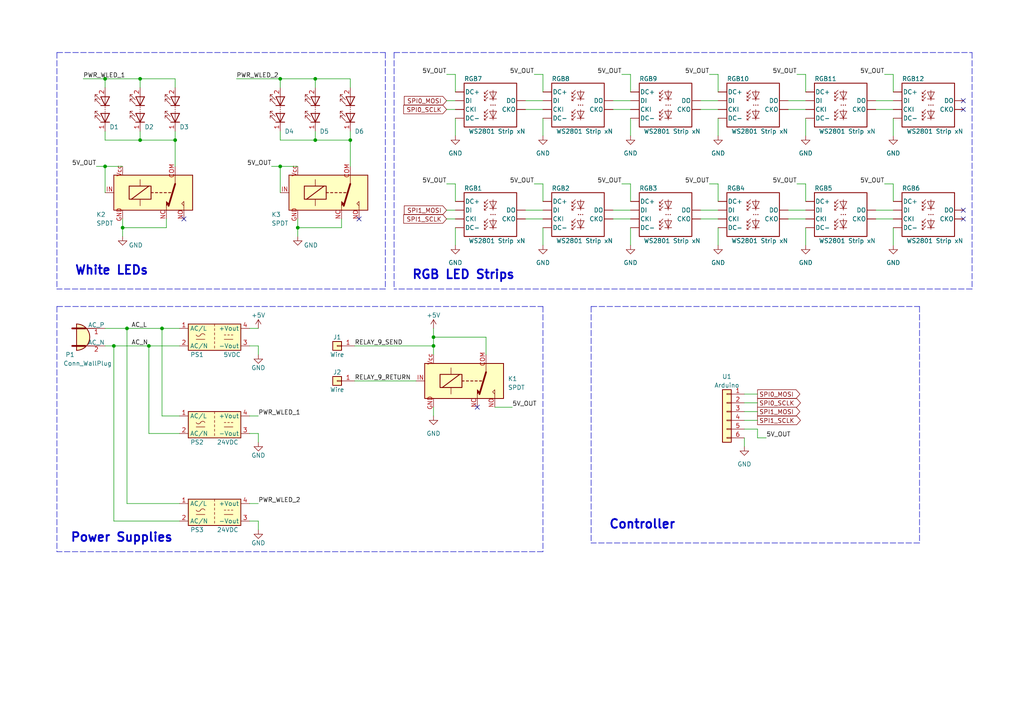
<source format=kicad_sch>
(kicad_sch (version 20230121) (generator eeschema)
  (paper "A4")
  (lib_symbols
    (symbol "Connector:Conn_WallPlug" (pin_names (offset 0))
      (property "Reference" "P" (at -1.27 4.445 0))
      (property "Value" "Conn_WallPlug" (at -5.715 0 90))
      (symbol "Conn_WallPlug_0_1"
        (arc (start -3.175 -3.81) (mid 0.6184 0) (end -3.175 3.81) (stroke (width 0.254)) (fill (type background)))
        (polyline (pts (xy -4.445 -2.54) (xy -0.635 -2.54)) (stroke (width 0.508)))
        (polyline (pts (xy -4.445 2.54) (xy -0.635 2.54)) (stroke (width 0.508)))
        (polyline (pts (xy -3.175 -3.81) (xy -3.175 3.81)) (stroke (width 0.254)))
        (polyline (pts (xy -0.635 -2.54) (xy 2.54 -2.54)))
        (polyline (pts (xy -0.635 2.54) (xy 2.54 2.54)))
      )
      (symbol "Conn_WallPlug_1_1"
        (pin power_out line (at 5.08 2.54 180) (length 5.08) (name "AC_P") (number "1"))
        (pin power_out line (at 5.08 -2.54 180) (length 5.08) (name "AC_N") (number "2"))
      )
    )
    (symbol "Connector_Generic:Conn_01x01" (pin_names (offset 1.016) hide)
      (property "Reference" "J" (at 0 2.54 0))
      (property "Value" "Conn_01x01" (at 0 -2.54 0))
      (symbol "Conn_01x01_1_1"
        (rectangle (start -1.27 0.127) (end 0 -0.127) (stroke (width 0.1524)))
        (rectangle (start -1.27 1.27) (end 1.27 -1.27) (stroke (width 0.254)) (fill (type background)))
        (pin passive line (at -5.08 0 0) (length 3.81) (name "Pin_1") (number "1"))
      )
    )
    (symbol "Connector_Generic:Conn_01x06" (pin_names (offset 1.016) hide)
      (property "Reference" "J" (at 0 7.62 0))
      (property "Value" "Conn_01x06" (at 0 -10.16 0))
      (symbol "Conn_01x06_1_1"
        (rectangle (start -1.27 -7.493) (end 0 -7.747) (stroke (width 0.1524)))
        (rectangle (start -1.27 -4.953) (end 0 -5.207) (stroke (width 0.1524)))
        (rectangle (start -1.27 -2.413) (end 0 -2.667) (stroke (width 0.1524)))
        (rectangle (start -1.27 0.127) (end 0 -0.127) (stroke (width 0.1524)))
        (rectangle (start -1.27 2.667) (end 0 2.413) (stroke (width 0.1524)))
        (rectangle (start -1.27 5.207) (end 0 4.953) (stroke (width 0.1524)))
        (rectangle (start -1.27 6.35) (end 1.27 -8.89) (stroke (width 0.254)) (fill (type background)))
        (pin passive line (at -5.08 5.08 0) (length 3.81) (name "Pin_1") (number "1"))
        (pin passive line (at -5.08 2.54 0) (length 3.81) (name "Pin_2") (number "2"))
        (pin passive line (at -5.08 0 0) (length 3.81) (name "Pin_3") (number "3"))
        (pin passive line (at -5.08 -2.54 0) (length 3.81) (name "Pin_4") (number "4"))
        (pin passive line (at -5.08 -5.08 0) (length 3.81) (name "Pin_5") (number "5"))
        (pin passive line (at -5.08 -7.62 0) (length 3.81) (name "Pin_6") (number "6"))
      )
    )
    (symbol "Converter_ACDC:HLK-PM01"
      (property "Reference" "PS" (at 0 5.08 0))
      (property "Value" "HLK-PM01" (at 0 -5.08 0))
      (symbol "HLK-PM01_0_1"
        (rectangle (start -7.62 3.81) (end 7.62 -3.81) (stroke (width 0.254)) (fill (type background)))
        (arc (start -5.334 0.635) (mid -4.699 0.2495) (end -4.064 0.635))
        (arc (start -2.794 0.635) (mid -3.429 1.0072) (end -4.064 0.635))
        (polyline (pts (xy -5.334 -0.635) (xy -2.794 -0.635)))
        (polyline (pts (xy 0 -2.54) (xy 0 -3.175)))
        (polyline (pts (xy 0 -1.27) (xy 0 -1.905)))
        (polyline (pts (xy 0 0) (xy 0 -0.635)))
        (polyline (pts (xy 0 1.27) (xy 0 0.635)))
        (polyline (pts (xy 0 2.54) (xy 0 1.905)))
        (polyline (pts (xy 0 3.81) (xy 0 3.175)))
        (polyline (pts (xy 2.794 -0.635) (xy 5.334 -0.635)))
        (polyline (pts (xy 2.794 0.635) (xy 3.302 0.635)))
        (polyline (pts (xy 3.81 0.635) (xy 4.318 0.635)))
        (polyline (pts (xy 4.826 0.635) (xy 5.334 0.635)))
      )
      (symbol "HLK-PM01_1_1"
        (pin power_in line (at -10.16 2.54 0) (length 2.54) (name "AC/L") (number "1"))
        (pin power_in line (at -10.16 -2.54 0) (length 2.54) (name "AC/N") (number "2"))
        (pin power_out line (at 10.16 -2.54 180) (length 2.54) (name "-Vout") (number "3"))
        (pin power_out line (at 10.16 2.54 180) (length 2.54) (name "+Vout") (number "4"))
      )
    )
    (symbol "Converter_ACDC:HLK-PM24"
      (property "Reference" "PS" (at 0 5.08 0))
      (property "Value" "HLK-PM24" (at 0 -5.08 0))
      (symbol "HLK-PM24_0_1"
        (rectangle (start -7.62 3.81) (end 7.62 -3.81) (stroke (width 0.254)) (fill (type background)))
        (arc (start -5.334 0.635) (mid -4.699 0.2495) (end -4.064 0.635))
        (arc (start -2.794 0.635) (mid -3.429 1.0072) (end -4.064 0.635))
        (polyline (pts (xy -5.334 -0.635) (xy -2.794 -0.635)))
        (polyline (pts (xy 0 -2.54) (xy 0 -3.175)))
        (polyline (pts (xy 0 -1.27) (xy 0 -1.905)))
        (polyline (pts (xy 0 0) (xy 0 -0.635)))
        (polyline (pts (xy 0 1.27) (xy 0 0.635)))
        (polyline (pts (xy 0 2.54) (xy 0 1.905)))
        (polyline (pts (xy 0 3.81) (xy 0 3.175)))
        (polyline (pts (xy 2.794 -0.635) (xy 5.334 -0.635)))
        (polyline (pts (xy 2.794 0.635) (xy 3.302 0.635)))
        (polyline (pts (xy 3.81 0.635) (xy 4.318 0.635)))
        (polyline (pts (xy 4.826 0.635) (xy 5.334 0.635)))
      )
      (symbol "HLK-PM24_1_1"
        (pin power_in line (at -10.16 2.54 0) (length 2.54) (name "AC/L") (number "1"))
        (pin power_in line (at -10.16 -2.54 0) (length 2.54) (name "AC/N") (number "2"))
        (pin power_out line (at 10.16 -2.54 180) (length 2.54) (name "-Vout") (number "3"))
        (pin power_out line (at 10.16 2.54 180) (length 2.54) (name "+Vout") (number "4"))
      )
    )
    (symbol "Device:LED_Series" (pin_names (offset 1.016) hide)
      (property "Reference" "D" (at 0 5.715 0))
      (property "Value" "LED_Series" (at 0 3.81 0))
      (symbol "LED_Series_0_1"
        (polyline (pts (xy -3.81 0) (xy -1.016 0)))
        (polyline (pts (xy -3.683 -1.27) (xy -3.683 1.27)) (stroke (width 0.254)))
        (polyline (pts (xy -0.508 0) (xy -0.762 0)))
        (polyline (pts (xy 0.127 0) (xy -0.127 0)))
        (polyline (pts (xy 0.508 0) (xy 0.762 0)))
        (polyline (pts (xy 1.016 0) (xy 3.81 0)))
        (polyline (pts (xy 1.143 -1.27) (xy 1.143 1.27)) (stroke (width 0.254)))
        (polyline (pts (xy -1.143 -1.27) (xy -1.143 1.27) (xy -3.683 0) (xy -1.143 -1.27)) (stroke (width 0.254)))
        (polyline (pts (xy 3.683 -1.27) (xy 3.683 1.27) (xy 1.143 0) (xy 3.683 -1.27)) (stroke (width 0.254)))
        (polyline (pts (xy -3.302 1.397) (xy -1.778 2.921) (xy -2.54 2.921) (xy -1.778 2.921) (xy -1.778 2.159)))
        (polyline (pts (xy -2.032 1.397) (xy -0.508 2.921) (xy -1.27 2.921) (xy -0.508 2.921) (xy -0.508 2.159)))
        (polyline (pts (xy 1.524 1.397) (xy 3.048 2.921) (xy 2.286 2.921) (xy 3.048 2.921) (xy 3.048 2.159)))
        (polyline (pts (xy 2.794 1.397) (xy 4.318 2.921) (xy 3.556 2.921) (xy 4.318 2.921) (xy 4.318 2.159)))
      )
      (symbol "LED_Series_1_1"
        (pin passive line (at -6.35 0 0) (length 2.54) (name "K") (number "1"))
        (pin passive line (at 6.35 0 180) (length 2.54) (name "A") (number "2"))
      )
    )
    (symbol "power:+5V" (power) (pin_names (offset 0))
      (property "Value" "+5V" (at 0 3.556 0))
      (symbol "+5V_0_1"
        (polyline (pts (xy -0.762 1.27) (xy 0 2.54)))
        (polyline (pts (xy 0 0) (xy 0 2.54)))
        (polyline (pts (xy 0 2.54) (xy 0.762 1.27)))
      )
      (symbol "+5V_1_1"
        (pin power_in line (at 0 0 90) (length 0) hide (name "+5V") (number "1"))
      )
    )
    (symbol "power:GND" (power) (pin_names (offset 0))
      (property "Value" "GND" (at 0 -3.81 0))
      (symbol "GND_0_1"
        (polyline (pts (xy 0 0) (xy 0 -1.27) (xy 1.27 -1.27) (xy 0 -2.54) (xy -1.27 -1.27) (xy 0 -1.27)))
      )
      (symbol "GND_1_1"
        (pin power_in line (at 0 0 270) (length 0) hide (name "GND") (number "1"))
      )
    )
    (symbol "vomit_light:WS2801_strip" (pin_names (offset 0.254))
      (property "Reference" "RGB" (at -10.16 -13.97 0))
      (property "Value" "WS2801 Strip xN" (at -3.81 -13.97 0))
      (symbol "WS2801_strip_0_1"
        (polyline (pts (xy -1.778 -10.668) (xy -1.27 -10.668)))
        (polyline (pts (xy -1.778 -9.652) (xy -1.27 -9.652)))
        (polyline (pts (xy -1.778 -8.636) (xy -1.27 -8.636)))
        (polyline (pts (xy -1.778 -5.08) (xy -1.27 -5.08)))
        (polyline (pts (xy -1.778 -4.064) (xy -1.27 -4.064)))
        (polyline (pts (xy -1.778 -3.048) (xy -1.27 -3.048)))
        (polyline (pts (xy 1.778 -10.16) (xy -0.254 -10.16)))
        (polyline (pts (xy 1.778 -4.572) (xy -0.254 -4.572)))
        (polyline (pts (xy -0.762 -9.652) (xy -1.778 -10.668) (xy -1.778 -10.16)))
        (polyline (pts (xy -0.762 -8.636) (xy -1.778 -9.652) (xy -1.778 -9.144)))
        (polyline (pts (xy -0.762 -7.62) (xy -1.778 -8.636) (xy -1.778 -8.128)))
        (polyline (pts (xy -0.762 -4.064) (xy -1.778 -5.08) (xy -1.778 -4.572)))
        (polyline (pts (xy -0.762 -3.048) (xy -1.778 -4.064) (xy -1.778 -3.556)))
        (polyline (pts (xy -0.762 -2.032) (xy -1.778 -3.048) (xy -1.778 -2.54)))
        (polyline (pts (xy 0.762 -7.62) (xy 0.762 -10.16) (xy 0.762 -10.668)))
        (polyline (pts (xy 0.762 -2.032) (xy 0.762 -4.572) (xy 0.762 -5.08)))
        (polyline (pts (xy 1.778 -8.128) (xy -0.254 -8.128) (xy 0.762 -10.16) (xy 1.778 -8.128)))
        (polyline (pts (xy 1.778 -2.54) (xy -0.254 -2.54) (xy 0.762 -4.572) (xy 1.778 -2.54)))
      )
      (symbol "WS2801_strip_1_1"
        (rectangle (start -7.62 0) (end 7.62 -12.7) (stroke (width 0.254)))
        (text "..." (at 0.762 -5.842 0) (effects (font (size 1.27 1.27))))
        (pin input line (at -10.16 -7.62 0) (length 2.54) (name "CKI") (number ""))
        (pin output line (at 10.16 -7.62 180) (length 2.54) (name "CKO") (number ""))
        (pin power_in line (at -10.16 -2.54 0) (length 2.54) (name "DC+") (number ""))
        (pin power_in line (at -10.16 -10.16 0) (length 2.54) (name "DC-") (number ""))
        (pin input line (at -10.16 -5.08 0) (length 2.54) (name "DI") (number ""))
        (pin output line (at 10.16 -5.08 180) (length 2.54) (name "DO") (number ""))
      )
    )
    (symbol "vomit_light:relay_mod_spdt" (pin_names (offset 0.002))
      (property "Reference" "K" (at 11.43 3.81 0))
      (property "Value" "SPDT" (at 11.43 1.27 0))
      (symbol "relay_mod_spdt_0_0"
        (polyline (pts (xy 7.62 -5.08) (xy 7.62 -2.54) (xy 6.985 -3.175) (xy 7.62 -3.81)))
      )
      (symbol "relay_mod_spdt_0_1"
        (rectangle (start -12.7 5.08) (end 10.16 -5.08) (stroke (width 0.254)) (fill (type background)))
        (rectangle (start -8.255 1.905) (end -1.905 -1.905) (stroke (width 0.254)))
        (polyline (pts (xy -7.62 -1.905) (xy -2.54 1.905)) (stroke (width 0.254)))
        (polyline (pts (xy -5.08 -3.81) (xy -5.08 -1.905)))
        (polyline (pts (xy -5.08 3.81) (xy -5.08 1.905)))
        (polyline (pts (xy -1.905 0) (xy -1.27 0)) (stroke (width 0.254)))
        (polyline (pts (xy -0.635 0) (xy 0 0)) (stroke (width 0.254)))
        (polyline (pts (xy 0.635 0) (xy 1.27 0)) (stroke (width 0.254)))
        (polyline (pts (xy 1.905 0) (xy 2.54 0)) (stroke (width 0.254)))
        (polyline (pts (xy 3.175 0) (xy 3.81 0)) (stroke (width 0.254)))
        (polyline (pts (xy 5.08 2.54) (xy 3.175 -3.81)) (stroke (width 0.508)))
        (polyline (pts (xy 5.08 2.54) (xy 5.08 5.08)))
        (polyline (pts (xy 2.54 -5.08) (xy 2.54 -2.54) (xy 3.175 -3.175) (xy 2.54 -3.81)) (fill (type outline)))
      )
      (symbol "relay_mod_spdt_1_1"
        (pin passive line (at 5.08 7.62 270) (length 2.54) (name "~") (number "COM"))
        (pin passive line (at -10.16 -7.62 90) (length 2.54) (name "~") (number "GND"))
        (pin passive line (at -15.24 0 0) (length 2.54) (name "~") (number "IN"))
        (pin passive line (at 2.54 -7.62 90) (length 2.54) (name "~") (number "NC"))
        (pin passive line (at 7.62 -7.62 90) (length 2.54) (name "~") (number "NO"))
        (pin passive line (at -10.16 7.62 270) (length 2.54) (name "~") (number "Vcc"))
      )
    )
  )
  (junction (at 81.28 48.26))
  (junction (at 40.64 40.64))
  (junction (at 33.02 100.33))
  (junction (at 43.18 100.33))
  (junction (at 101.6 40.64))
  (junction (at 40.64 22.86))
  (junction (at 46.99 95.25))
  (junction (at 36.83 95.25))
  (junction (at 125.73 100.33))
  (junction (at 91.44 22.86))
  (junction (at 35.56 66.04))
  (junction (at 81.28 22.86))
  (junction (at 50.8 40.64))
  (junction (at 91.44 40.64))
  (junction (at 30.48 48.26))
  (junction (at 86.36 66.04))
  (junction (at 125.73 97.79))
  (junction (at 30.48 22.86))
  (no_connect (at 279.4 63.5))
  (no_connect (at 53.34 63.5))
  (no_connect (at 138.43 118.11))
  (no_connect (at 104.14 63.5))
  (no_connect (at 279.4 29.21))
  (no_connect (at 279.4 60.96))
  (no_connect (at 279.4 31.75))
  (wire (pts (xy 74.93 151.13) (xy 72.39 151.13)))
  (wire (pts (xy 177.8 60.96) (xy 182.88 60.96)))
  (wire (pts (xy 259.08 71.12) (xy 259.08 66.04)))
  (polyline (pts (xy 111.76 83.82) (xy 16.51 83.82)) (stroke (width 0) (type dash)))
  (wire (pts (xy 208.28 71.12) (xy 208.28 66.04)))
  (wire (pts (xy 30.48 38.1) (xy 30.48 40.64)))
  (wire (pts (xy 259.08 21.59) (xy 259.08 26.67)))
  (wire (pts (xy 101.6 38.1) (xy 101.6 40.64)))
  (polyline (pts (xy 157.48 88.9) (xy 157.48 160.02)) (stroke (width 0) (type dash)))
  (wire (pts (xy 154.94 53.34) (xy 157.48 53.34)))
  (wire (pts (xy 102.87 100.33) (xy 125.73 100.33)))
  (polyline (pts (xy 114.3 15.24) (xy 281.94 15.24)) (stroke (width 0) (type dash)))
  (wire (pts (xy 46.99 120.65) (xy 52.07 120.65)))
  (wire (pts (xy 36.83 95.25) (xy 46.99 95.25)))
  (wire (pts (xy 40.64 38.1) (xy 40.64 40.64)))
  (polyline (pts (xy 157.48 160.02) (xy 16.51 160.02)) (stroke (width 0) (type dash)))
  (wire (pts (xy 228.6 29.21) (xy 233.68 29.21)))
  (wire (pts (xy 33.02 151.13) (xy 52.07 151.13)))
  (wire (pts (xy 152.4 60.96) (xy 157.48 60.96)))
  (polyline (pts (xy 16.51 15.24) (xy 16.51 83.82)) (stroke (width 0) (type dash)))
  (wire (pts (xy 203.2 31.75) (xy 208.28 31.75)))
  (wire (pts (xy 30.48 40.64) (xy 40.64 40.64)))
  (wire (pts (xy 46.99 95.25) (xy 52.07 95.25)))
  (wire (pts (xy 30.48 48.26) (xy 30.48 55.88)))
  (wire (pts (xy 81.28 40.64) (xy 91.44 40.64)))
  (wire (pts (xy 35.56 63.5) (xy 35.56 66.04)))
  (wire (pts (xy 91.44 22.86) (xy 101.6 22.86)))
  (wire (pts (xy 228.6 60.96) (xy 233.68 60.96)))
  (wire (pts (xy 182.88 71.12) (xy 182.88 66.04)))
  (polyline (pts (xy 16.51 15.24) (xy 111.76 15.24)) (stroke (width 0) (type dash)))
  (wire (pts (xy 74.93 100.33) (xy 72.39 100.33)))
  (wire (pts (xy 256.54 21.59) (xy 259.08 21.59)))
  (polyline (pts (xy 16.51 88.9) (xy 157.48 88.9)) (stroke (width 0) (type dash)))
  (wire (pts (xy 203.2 29.21) (xy 208.28 29.21)))
  (wire (pts (xy 129.54 21.59) (xy 132.08 21.59)))
  (polyline (pts (xy 281.94 15.24) (xy 281.94 83.82)) (stroke (width 0) (type dash)))
  (wire (pts (xy 91.44 22.86) (xy 91.44 25.4)))
  (wire (pts (xy 30.48 100.33) (xy 33.02 100.33)))
  (wire (pts (xy 40.64 22.86) (xy 50.8 22.86)))
  (wire (pts (xy 233.68 53.34) (xy 233.68 58.42)))
  (wire (pts (xy 231.14 21.59) (xy 233.68 21.59)))
  (wire (pts (xy 36.83 95.25) (xy 36.83 146.05)))
  (wire (pts (xy 177.8 63.5) (xy 182.88 63.5)))
  (wire (pts (xy 48.26 63.5) (xy 48.26 66.04)))
  (wire (pts (xy 129.54 63.5) (xy 132.08 63.5)))
  (wire (pts (xy 208.28 21.59) (xy 208.28 26.67)))
  (wire (pts (xy 215.9 121.92) (xy 219.71 121.92)))
  (wire (pts (xy 68.58 22.86) (xy 81.28 22.86)))
  (wire (pts (xy 125.73 120.65) (xy 125.73 118.11)))
  (wire (pts (xy 74.93 100.33) (xy 74.93 102.87)))
  (wire (pts (xy 30.48 22.86) (xy 30.48 25.4)))
  (wire (pts (xy 129.54 29.21) (xy 132.08 29.21)))
  (wire (pts (xy 125.73 95.25) (xy 125.73 97.79)))
  (wire (pts (xy 215.9 119.38) (xy 219.71 119.38)))
  (wire (pts (xy 182.88 53.34) (xy 182.88 58.42)))
  (wire (pts (xy 140.97 97.79) (xy 140.97 102.87)))
  (wire (pts (xy 256.54 53.34) (xy 259.08 53.34)))
  (wire (pts (xy 36.83 146.05) (xy 52.07 146.05)))
  (wire (pts (xy 208.28 53.34) (xy 208.28 58.42)))
  (polyline (pts (xy 16.51 88.9) (xy 16.51 160.02)) (stroke (width 0) (type dash)))
  (wire (pts (xy 132.08 21.59) (xy 132.08 26.67)))
  (wire (pts (xy 101.6 40.64) (xy 101.6 48.26)))
  (wire (pts (xy 86.36 66.04) (xy 86.36 68.58)))
  (wire (pts (xy 40.64 22.86) (xy 40.64 25.4)))
  (wire (pts (xy 254 60.96) (xy 259.08 60.96)))
  (wire (pts (xy 259.08 39.37) (xy 259.08 34.29)))
  (wire (pts (xy 30.48 48.26) (xy 35.56 48.26)))
  (wire (pts (xy 231.14 53.34) (xy 233.68 53.34)))
  (wire (pts (xy 74.93 125.73) (xy 72.39 125.73)))
  (wire (pts (xy 33.02 100.33) (xy 33.02 151.13)))
  (wire (pts (xy 180.34 53.34) (xy 182.88 53.34)))
  (wire (pts (xy 215.9 129.54) (xy 215.9 127)))
  (wire (pts (xy 157.48 71.12) (xy 157.48 66.04)))
  (wire (pts (xy 91.44 38.1) (xy 91.44 40.64)))
  (wire (pts (xy 74.93 128.27) (xy 74.93 125.73)))
  (wire (pts (xy 81.28 48.26) (xy 81.28 55.88)))
  (wire (pts (xy 27.94 48.26) (xy 30.48 48.26)))
  (wire (pts (xy 228.6 63.5) (xy 233.68 63.5)))
  (wire (pts (xy 81.28 38.1) (xy 81.28 40.64)))
  (wire (pts (xy 233.68 39.37) (xy 233.68 34.29)))
  (wire (pts (xy 157.48 21.59) (xy 157.48 26.67)))
  (wire (pts (xy 30.48 95.25) (xy 36.83 95.25)))
  (wire (pts (xy 219.71 127) (xy 219.71 124.46)))
  (wire (pts (xy 203.2 63.5) (xy 208.28 63.5)))
  (wire (pts (xy 233.68 21.59) (xy 233.68 26.67)))
  (wire (pts (xy 99.06 66.04) (xy 86.36 66.04)))
  (wire (pts (xy 203.2 60.96) (xy 208.28 60.96)))
  (wire (pts (xy 72.39 95.25) (xy 74.93 95.25)))
  (wire (pts (xy 101.6 25.4) (xy 101.6 22.86)))
  (wire (pts (xy 219.71 116.84) (xy 215.9 116.84)))
  (wire (pts (xy 46.99 95.25) (xy 46.99 120.65)))
  (polyline (pts (xy 111.76 15.24) (xy 111.76 83.82)) (stroke (width 0) (type dash)))
  (wire (pts (xy 125.73 97.79) (xy 125.73 100.33)))
  (wire (pts (xy 157.48 39.37) (xy 157.48 34.29)))
  (wire (pts (xy 48.26 66.04) (xy 35.56 66.04)))
  (wire (pts (xy 132.08 71.12) (xy 132.08 66.04)))
  (polyline (pts (xy 281.94 83.82) (xy 114.3 83.82)) (stroke (width 0) (type dash)))
  (wire (pts (xy 81.28 22.86) (xy 81.28 25.4)))
  (wire (pts (xy 129.54 53.34) (xy 132.08 53.34)))
  (wire (pts (xy 219.71 114.3) (xy 215.9 114.3)))
  (wire (pts (xy 254 29.21) (xy 259.08 29.21)))
  (polyline (pts (xy 266.7 88.9) (xy 266.7 157.48)) (stroke (width 0) (type dash)))
  (polyline (pts (xy 171.45 88.9) (xy 171.45 157.48)) (stroke (width 0) (type dash)))
  (wire (pts (xy 43.18 125.73) (xy 52.07 125.73)))
  (wire (pts (xy 30.48 22.86) (xy 40.64 22.86)))
  (wire (pts (xy 50.8 38.1) (xy 50.8 40.64)))
  (wire (pts (xy 154.94 21.59) (xy 157.48 21.59)))
  (wire (pts (xy 254 63.5) (xy 259.08 63.5)))
  (wire (pts (xy 50.8 40.64) (xy 50.8 48.26)))
  (wire (pts (xy 205.74 21.59) (xy 208.28 21.59)))
  (wire (pts (xy 208.28 39.37) (xy 208.28 34.29)))
  (polyline (pts (xy 171.45 88.9) (xy 266.7 88.9)) (stroke (width 0) (type dash)))
  (wire (pts (xy 35.56 66.04) (xy 35.56 68.58)))
  (wire (pts (xy 177.8 31.75) (xy 182.88 31.75)))
  (wire (pts (xy 33.02 100.33) (xy 43.18 100.33)))
  (wire (pts (xy 254 31.75) (xy 259.08 31.75)))
  (wire (pts (xy 180.34 21.59) (xy 182.88 21.59)))
  (wire (pts (xy 24.13 22.86) (xy 30.48 22.86)))
  (wire (pts (xy 74.93 153.67) (xy 74.93 151.13)))
  (wire (pts (xy 228.6 31.75) (xy 233.68 31.75)))
  (wire (pts (xy 86.36 63.5) (xy 86.36 66.04)))
  (wire (pts (xy 125.73 97.79) (xy 140.97 97.79)))
  (wire (pts (xy 152.4 29.21) (xy 157.48 29.21)))
  (wire (pts (xy 129.54 31.75) (xy 132.08 31.75)))
  (wire (pts (xy 177.8 29.21) (xy 182.88 29.21)))
  (wire (pts (xy 40.64 40.64) (xy 50.8 40.64)))
  (wire (pts (xy 132.08 39.37) (xy 132.08 34.29)))
  (wire (pts (xy 222.25 127) (xy 219.71 127)))
  (wire (pts (xy 74.93 120.65) (xy 72.39 120.65)))
  (wire (pts (xy 205.74 53.34) (xy 208.28 53.34)))
  (wire (pts (xy 78.74 48.26) (xy 81.28 48.26)))
  (wire (pts (xy 81.28 48.26) (xy 86.36 48.26)))
  (wire (pts (xy 43.18 100.33) (xy 43.18 125.73)))
  (wire (pts (xy 152.4 63.5) (xy 157.48 63.5)))
  (wire (pts (xy 152.4 31.75) (xy 157.48 31.75)))
  (wire (pts (xy 81.28 22.86) (xy 91.44 22.86)))
  (wire (pts (xy 182.88 39.37) (xy 182.88 34.29)))
  (wire (pts (xy 99.06 63.5) (xy 99.06 66.04)))
  (wire (pts (xy 233.68 71.12) (xy 233.68 66.04)))
  (wire (pts (xy 215.9 124.46) (xy 219.71 124.46)))
  (wire (pts (xy 91.44 40.64) (xy 101.6 40.64)))
  (wire (pts (xy 74.93 146.05) (xy 72.39 146.05)))
  (wire (pts (xy 125.73 100.33) (xy 125.73 102.87)))
  (polyline (pts (xy 114.3 15.24) (xy 114.3 83.82)) (stroke (width 0) (type dash)))
  (wire (pts (xy 102.87 110.49) (xy 120.65 110.49)))
  (wire (pts (xy 50.8 25.4) (xy 50.8 22.86)))
  (wire (pts (xy 143.51 118.11) (xy 148.59 118.11)))
  (wire (pts (xy 129.54 60.96) (xy 132.08 60.96)))
  (wire (pts (xy 132.08 53.34) (xy 132.08 58.42)))
  (polyline (pts (xy 266.7 157.48) (xy 171.45 157.48)) (stroke (width 0) (type dash)))
  (wire (pts (xy 43.18 100.33) (xy 52.07 100.33)))
  (wire (pts (xy 259.08 53.34) (xy 259.08 58.42)))
  (wire (pts (xy 157.48 53.34) (xy 157.48 58.42)))
  (wire (pts (xy 182.88 21.59) (xy 182.88 26.67)))
  (text "White LEDs" (at 21.59 80.01 0) (effects (font (size 2.54 2.54) (thickness 0.508) bold) (justify left bottom)))
  (text "Controller" (at 176.53 153.67 0) (effects (font (size 2.54 2.54) (thickness 0.508) bold) (justify left bottom)))
  (text "Power Supplies" (at 20.32 157.48 0) (effects (font (size 2.54 2.54) (thickness 0.508) bold) (justify left bottom)))
  (text "RGB LED Strips" (at 119.38 81.28 0) (effects (font (size 2.54 2.54) (thickness 0.508) bold) (justify left bottom)))
  (label "AC_N" (at 38.1 100.33 0))
  (label "PWR_WLED_2" (at 68.58 22.86 0))
  (label "5V_OUT" (at 256.54 21.59 180))
  (label "5V_OUT" (at 231.14 53.34 180))
  (label "PWR_WLED_1" (at 24.13 22.86 0))
  (label "5V_OUT" (at 78.74 48.26 180))
  (label "5V_OUT" (at 180.34 53.34 180))
  (label "PWR_WLED_2" (at 74.93 146.05 0))
  (label "5V_OUT" (at 148.59 118.11 0))
  (label "5V_OUT" (at 154.94 53.34 180))
  (label "5V_OUT" (at 205.74 53.34 180))
  (label "5V_OUT" (at 154.94 21.59 180))
  (label "5V_OUT" (at 129.54 21.59 180))
  (label "5V_OUT" (at 222.25 127 0))
  (label "5V_OUT" (at 129.54 53.34 180))
  (label "RELAY_9_SEND" (at 102.87 100.33 0))
  (label "5V_OUT" (at 205.74 21.59 180))
  (label "PWR_WLED_1" (at 74.93 120.65 0))
  (label "5V_OUT" (at 180.34 21.59 180))
  (label "5V_OUT" (at 256.54 53.34 180))
  (label "5V_OUT" (at 27.94 48.26 180))
  (label "5V_OUT" (at 231.14 21.59 180))
  (label "RELAY_9_RETURN" (at 102.87 110.49 0))
  (label "AC_L" (at 38.1 95.25 0))
  (global_label "SPI1_MOSI" (shape output) (at 219.71 119.38 0) (property "Intersheetrefs" "${INTERSHEET_REFS}" (effects hide)))
  (global_label "SPI0_SCLK" (shape input) (at 129.54 31.75 180) (property "Intersheetrefs" "${INTERSHEET_REFS}" (effects hide)))
  (global_label "SPI1_MOSI" (shape input) (at 129.54 60.96 180) (property "Intersheetrefs" "${INTERSHEET_REFS}" (effects hide)))
  (global_label "SPI1_SCLK" (shape input) (at 129.54 63.5 180) (property "Intersheetrefs" "${INTERSHEET_REFS}" (effects hide)))
  (global_label "SPI0_MOSI" (shape output) (at 219.71 114.3 0) (property "Intersheetrefs" "${INTERSHEET_REFS}" (effects hide)))
  (global_label "SPI0_MOSI" (shape input) (at 129.54 29.21 180) (property "Intersheetrefs" "${INTERSHEET_REFS}" (effects hide)))
  (global_label "SPI0_SCLK" (shape output) (at 219.71 116.84 0) (property "Intersheetrefs" "${INTERSHEET_REFS}" (effects hide)))
  (global_label "SPI1_SCLK" (shape output) (at 219.71 121.92 0) (property "Intersheetrefs" "${INTERSHEET_REFS}" (effects hide)))
  (symbol (lib_id "Device:LED_Series") (at 40.64 31.75 90) (unit 1)
    (property "Reference" "D2" (at 41.91 36.83 90) (effects (justify right)))
    (property "Value" "White_LEDs" (effects hide))
  )
  (symbol (lib_id "power:GND") (at 132.08 71.12 0) (unit 1)
    (property "Reference" "#PWR09" (effects hide))
    (property "Value" "GND" (at 132.08 76.2 0))
  )
  (symbol (lib_id "power:GND") (at 182.88 39.37 0) (unit 1)
    (property "Reference" "#PWR017" (effects hide))
    (property "Value" "GND" (at 182.88 44.45 0))
  )
  (symbol (lib_id "Connector_Generic:Conn_01x01") (at 97.79 110.49 180) (unit 1)
    (property "Reference" "J2" (at 97.79 107.95 0))
    (property "Value" "Wire" (at 97.79 113.03 0))
  )
  (symbol (lib_id "Device:LED_Series") (at 101.6 31.75 90) (unit 1)
    (property "Reference" "D6" (at 102.87 38.1 90) (effects (justify right)))
    (property "Value" "White_LEDs" (effects hide))
  )
  (symbol (lib_id "power:+5V") (at 74.93 95.25 0) (unit 1)
    (property "Reference" "#PWR02" (effects hide))
    (property "Value" "+5V" (at 74.93 91.44 0))
  )
  (symbol (lib_id "vomit_light:WS2801_strip") (at 167.64 24.13 0) (unit 1)
    (property "Reference" "RGB8" (at 160.02 22.86 0) (effects (justify left)))
    (property "Value" "WS2801 Strip xN" (at 161.29 38.1 0) (effects (justify left)))
  )
  (symbol (lib_id "vomit_light:WS2801_strip") (at 218.44 24.13 0) (unit 1)
    (property "Reference" "RGB10" (at 210.82 22.86 0) (effects (justify left)))
    (property "Value" "WS2801 Strip xN" (at 212.09 38.1 0) (effects (justify left)))
  )
  (symbol (lib_id "power:GND") (at 233.68 39.37 0) (unit 1)
    (property "Reference" "#PWR019" (effects hide))
    (property "Value" "GND" (at 233.68 44.45 0))
  )
  (symbol (lib_id "Device:LED_Series") (at 81.28 31.75 90) (unit 1)
    (property "Reference" "D4" (at 82.55 38.1 90) (effects (justify right)))
    (property "Value" "White_LEDs" (effects hide))
  )
  (symbol (lib_id "power:GND") (at 74.93 153.67 0) (unit 1)
    (property "Reference" "#PWR08" (effects hide))
    (property "Value" "GND" (at 74.93 157.48 0))
  )
  (symbol (lib_id "vomit_light:WS2801_strip") (at 243.84 24.13 0) (unit 1)
    (property "Reference" "RGB11" (at 236.22 22.86 0) (effects (justify left)))
    (property "Value" "WS2801 Strip xN" (at 237.49 38.1 0) (effects (justify left)))
  )
  (symbol (lib_id "vomit_light:relay_mod_spdt") (at 135.89 110.49 0) (unit 1)
    (property "Reference" "K1" (at 147.32 109.855 0) (effects (justify left)))
    (property "Value" "SPDT" (at 147.32 112.395 0) (effects (justify left)))
  )
  (symbol (lib_id "vomit_light:WS2801_strip") (at 142.24 55.88 0) (unit 1)
    (property "Reference" "RGB1" (at 134.62 54.61 0) (effects (justify left)))
    (property "Value" "WS2801 Strip xN" (at 135.89 69.85 0) (effects (justify left)))
  )
  (symbol (lib_id "power:GND") (at 182.88 71.12 0) (unit 1)
    (property "Reference" "#PWR011" (effects hide))
    (property "Value" "GND" (at 182.88 76.2 0))
  )
  (symbol (lib_id "vomit_light:WS2801_strip") (at 269.24 24.13 0) (unit 1)
    (property "Reference" "RGB12" (at 261.62 22.86 0) (effects (justify left)))
    (property "Value" "WS2801 Strip xN" (at 262.89 38.1 0) (effects (justify left)))
  )
  (symbol (lib_id "power:GND") (at 233.68 71.12 0) (unit 1)
    (property "Reference" "#PWR013" (effects hide))
    (property "Value" "GND" (at 233.68 76.2 0))
  )
  (symbol (lib_id "vomit_light:WS2801_strip") (at 218.44 55.88 0) (unit 1)
    (property "Reference" "RGB4" (at 210.82 54.61 0) (effects (justify left)))
    (property "Value" "WS2801 Strip xN" (at 212.09 69.85 0) (effects (justify left)))
  )
  (symbol (lib_id "power:GND") (at 157.48 39.37 0) (unit 1)
    (property "Reference" "#PWR016" (effects hide))
    (property "Value" "GND" (at 157.48 44.45 0))
  )
  (symbol (lib_id "Device:LED_Series") (at 91.44 31.75 90) (unit 1)
    (property "Reference" "D5" (at 92.71 38.1 90) (effects (justify right)))
    (property "Value" "White_LEDs" (effects hide))
  )
  (symbol (lib_id "vomit_light:relay_mod_spdt") (at 96.52 55.88 0) (unit 1)
    (property "Reference" "K3" (at 78.74 62.23 0) (effects (justify left)))
    (property "Value" "SPDT" (at 78.74 64.77 0) (effects (justify left)))
  )
  (symbol (lib_id "vomit_light:WS2801_strip") (at 167.64 55.88 0) (unit 1)
    (property "Reference" "RGB2" (at 160.02 54.61 0) (effects (justify left)))
    (property "Value" "WS2801 Strip xN" (at 161.29 69.85 0) (effects (justify left)))
  )
  (symbol (lib_id "Converter_ACDC:HLK-PM01") (at 62.23 148.59 0) (unit 1)
    (property "Reference" "PS3" (at 57.15 153.67 0))
    (property "Value" "24VDC" (at 66.04 153.67 0))
    (property "Footprint" "Converter_ACDC:Converter_ACDC_HiLink_HLK-PMxx" (effects hide))
    (property "Datasheet" "http://www.hlktech.net/product_detail.php?ProId=54" (effects hide))
  )
  (symbol (lib_id "power:GND") (at 74.93 102.87 0) (unit 1)
    (property "Reference" "#PWR01" (effects hide))
    (property "Value" "GND" (at 74.93 106.68 0))
  )
  (symbol (lib_id "vomit_light:relay_mod_spdt") (at 45.72 55.88 0) (unit 1)
    (property "Reference" "K2" (at 27.94 62.23 0) (effects (justify left)))
    (property "Value" "SPDT" (at 27.94 64.77 0) (effects (justify left)))
  )
  (symbol (lib_id "vomit_light:WS2801_strip") (at 142.24 24.13 0) (unit 1)
    (property "Reference" "RGB7" (at 134.62 22.86 0) (effects (justify left)))
    (property "Value" "WS2801 Strip xN" (at 135.89 38.1 0) (effects (justify left)))
  )
  (symbol (lib_id "Connector_Generic:Conn_01x06") (at 210.82 119.38 0) (mirror y) (unit 1)
    (property "Reference" "U1" (at 210.82 109.22 0))
    (property "Value" "Arduino" (at 210.82 111.76 0))
  )
  (symbol (lib_id "power:GND") (at 157.48 71.12 0) (unit 1)
    (property "Reference" "#PWR010" (effects hide))
    (property "Value" "GND" (at 157.48 76.2 0))
  )
  (symbol (lib_id "power:GND") (at 35.56 68.58 0) (unit 1)
    (property "Reference" "#PWR05" (effects hide))
    (property "Value" "GND" (at 39.37 71.12 0))
  )
  (symbol (lib_id "Connector:Conn_WallPlug") (at 25.4 97.79 0) (unit 1)
    (property "Reference" "P1" (at 20.32 102.87 0))
    (property "Value" "Conn_WallPlug" (at 25.4 105.41 0))
  )
  (symbol (lib_id "power:GND") (at 208.28 71.12 0) (unit 1)
    (property "Reference" "#PWR012" (effects hide))
    (property "Value" "GND" (at 208.28 76.2 0))
  )
  (symbol (lib_id "power:GND") (at 74.93 128.27 0) (unit 1)
    (property "Reference" "#PWR06" (effects hide))
    (property "Value" "GND" (at 74.93 132.08 0))
  )
  (symbol (lib_id "Device:LED_Series") (at 30.48 31.75 90) (unit 1)
    (property "Reference" "D1" (at 31.75 36.83 90) (effects (justify right)))
    (property "Value" "White_LEDs" (effects hide))
  )
  (symbol (lib_id "vomit_light:WS2801_strip") (at 269.24 55.88 0) (unit 1)
    (property "Reference" "RGB6" (at 261.62 54.61 0) (effects (justify left)))
    (property "Value" "WS2801 Strip xN" (at 262.89 69.85 0) (effects (justify left)))
  )
  (symbol (lib_id "Device:LED_Series") (at 50.8 31.75 90) (unit 1)
    (property "Reference" "D3" (at 52.07 36.83 90) (effects (justify right)))
    (property "Value" "White_LEDs" (effects hide))
  )
  (symbol (lib_id "power:GND") (at 215.9 129.54 0) (unit 1)
    (property "Reference" "#PWR021" (effects hide))
    (property "Value" "GND" (at 215.9 134.62 0))
  )
  (symbol (lib_id "vomit_light:WS2801_strip") (at 193.04 24.13 0) (unit 1)
    (property "Reference" "RGB9" (at 185.42 22.86 0) (effects (justify left)))
    (property "Value" "WS2801 Strip xN" (at 186.69 38.1 0) (effects (justify left)))
  )
  (symbol (lib_id "Converter_ACDC:HLK-PM24") (at 62.23 97.79 0) (unit 1)
    (property "Reference" "PS1" (at 57.15 102.87 0))
    (property "Value" "5VDC" (at 67.31 102.87 0))
    (property "Footprint" "Converter_ACDC:Converter_ACDC_HiLink_HLK-PMxx" (effects hide))
    (property "Datasheet" "http://www.hlktech.net/product_detail.php?ProId=81" (effects hide))
  )
  (symbol (lib_id "Connector_Generic:Conn_01x01") (at 97.79 100.33 180) (unit 1)
    (property "Reference" "J1" (at 97.79 97.79 0))
    (property "Value" "Wire" (at 97.79 102.87 0))
  )
  (symbol (lib_id "power:GND") (at 259.08 39.37 0) (unit 1)
    (property "Reference" "#PWR020" (effects hide))
    (property "Value" "GND" (at 259.08 44.45 0))
  )
  (symbol (lib_id "power:GND") (at 208.28 39.37 0) (unit 1)
    (property "Reference" "#PWR018" (effects hide))
    (property "Value" "GND" (at 208.28 44.45 0))
  )
  (symbol (lib_id "power:GND") (at 86.36 68.58 0) (unit 1)
    (property "Reference" "#PWR07" (effects hide))
    (property "Value" "GND" (at 90.17 71.12 0))
  )
  (symbol (lib_id "power:+5V") (at 125.73 95.25 0) (unit 1)
    (property "Reference" "#PWR04" (effects hide))
    (property "Value" "+5V" (at 125.73 91.44 0))
  )
  (symbol (lib_id "power:GND") (at 259.08 71.12 0) (unit 1)
    (property "Reference" "#PWR014" (effects hide))
    (property "Value" "GND" (at 259.08 76.2 0))
  )
  (symbol (lib_id "vomit_light:WS2801_strip") (at 193.04 55.88 0) (unit 1)
    (property "Reference" "RGB3" (at 185.42 54.61 0) (effects (justify left)))
    (property "Value" "WS2801 Strip xN" (at 186.69 69.85 0) (effects (justify left)))
  )
  (symbol (lib_id "vomit_light:WS2801_strip") (at 243.84 55.88 0) (unit 1)
    (property "Reference" "RGB5" (at 236.22 54.61 0) (effects (justify left)))
    (property "Value" "WS2801 Strip xN" (at 237.49 69.85 0) (effects (justify left)))
  )
  (symbol (lib_id "Converter_ACDC:HLK-PM24") (at 62.23 123.19 0) (unit 1)
    (property "Reference" "PS2" (at 57.15 128.27 0))
    (property "Value" "24VDC" (at 66.04 128.27 0))
    (property "Footprint" "Converter_ACDC:Converter_ACDC_HiLink_HLK-PMxx" (effects hide))
    (property "Datasheet" "http://www.hlktech.net/product_detail.php?ProId=81" (effects hide))
  )
  (symbol (lib_id "power:GND") (at 132.08 39.37 0) (unit 1)
    (property "Reference" "#PWR015" (effects hide))
    (property "Value" "GND" (at 132.08 44.45 0))
  )
  (symbol (lib_id "power:GND") (at 125.73 120.65 0) (unit 1)
    (property "Reference" "#PWR03" (effects hide))
    (property "Value" "GND" (at 125.73 125.73 0))
  )
)
</source>
